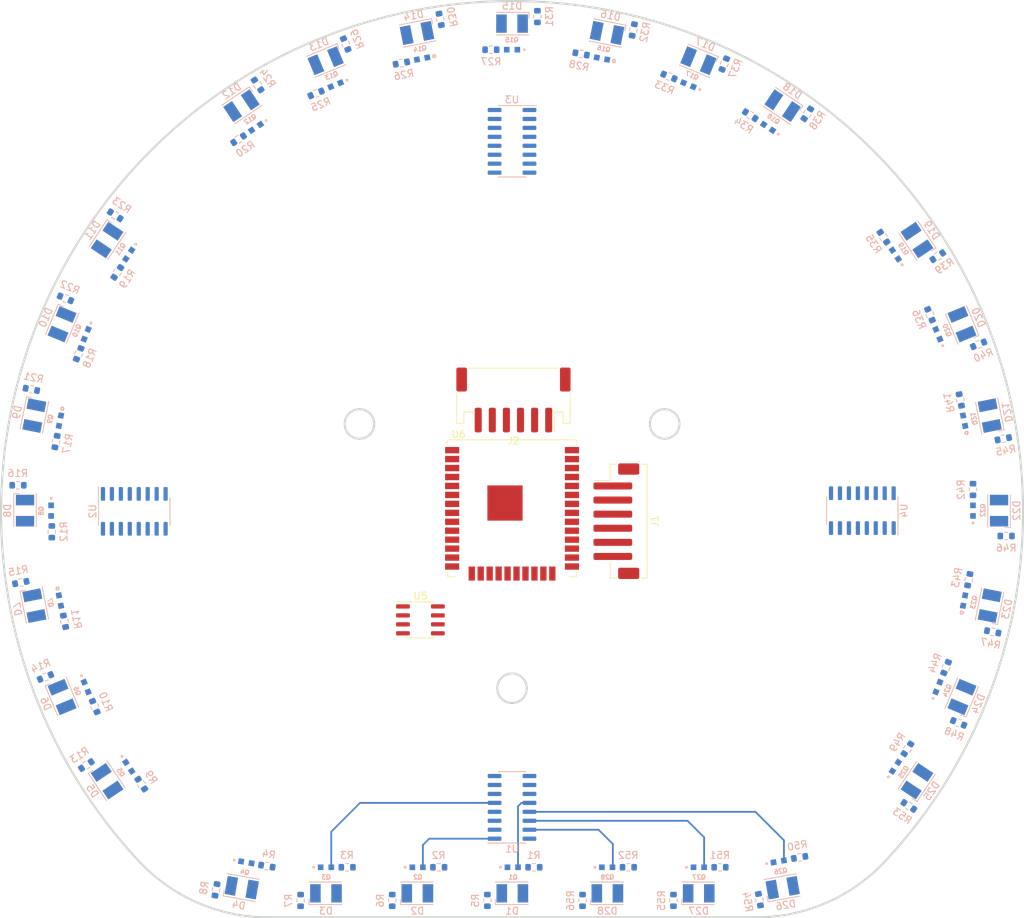
<source format=kicad_pcb>
(kicad_pcb (version 20211014) (generator pcbnew)
  (layers (0 "F.Cu" signal) (31 "B.Cu" signal) (34 "B.Paste" user) (35 "F.Paste" user) (36 "B.SilkS" user "B.Silkscreen") (37 "F.SilkS" user "F.Silkscreen") (38 "B.Mask" user) (39 "F.Mask" user) (44 "Edge.Cuts" user))
  (net 0 "")
  (net 1 "/EN")
  (net 2 "+3V3")
  (net 3 "/CAN_H")
  (net 4 "/CAN_L")
  (net 5 "Net-(D11-Pad2)")
  (net 6 "L13")
  (net 7 "GND")
  (net 8 "Net-(D10-Pad2)")
  (net 9 "Net-(D9-Pad2)")
  (net 10 "L12")
  (net 11 "L11")
  (net 12 "L10")
  (net 13 "L9")
  (net 14 "Net-(D8-Pad2)")
  (net 15 "Net-(D7-Pad2)")
  (net 16 "Net-(D6-Pad2)")
  (net 17 "Net-(D5-Pad2)")
  (net 18 "L8")
  (net 19 "L7")
  (net 20 "L6")
  (net 21 "Net-(D12-Pad2)")
  (net 22 "L2")
  (net 23 "L14")
  (net 24 "L15")
  (net 25 "L16")
  (net 26 "Net-(D13-Pad2)")
  (net 27 "Net-(D14-Pad2)")
  (net 28 "Net-(D15-Pad2)")
  (net 29 "Net-(D16-Pad2)")
  (net 30 "L17")
  (net 31 "L18")
  (net 32 "L19")
  (net 33 "L20")
  (net 34 "Net-(D17-Pad2)")
  (net 35 "L25")
  (net 36 "L5")
  (net 37 "Net-(D4-Pad2)")
  (net 38 "Net-(D3-Pad2)")
  (net 39 "Net-(D2-Pad2)")
  (net 40 "Net-(D1-Pad2)")
  (net 41 "L4")
  (net 42 "Net-(D28-Pad2)")
  (net 43 "Net-(D27-Pad2)")
  (net 44 "Net-(D26-Pad2)")
  (net 45 "Net-(D25-Pad2)")
  (net 46 "L28")
  (net 47 "L27")
  (net 48 "L26")
  (net 49 "L1")
  (net 50 "Net-(D24-Pad2)")
  (net 51 "Net-(D23-Pad2)")
  (net 52 "Net-(D22-Pad2)")
  (net 53 "Net-(D21-Pad2)")
  (net 54 "L24")
  (net 55 "L23")
  (net 56 "L22")
  (net 57 "L21")
  (net 58 "Net-(D20-Pad2)")
  (net 59 "Net-(D19-Pad2)")
  (net 60 "Net-(D18-Pad2)")
  (net 61 "L3")
  (net 66 "L_A")
  (net 67 "D_A")
  (net 68 "D_S2")
  (net 69 "F_A")
  (net 70 "R_A")
  (net 71 "F_S2")
  (net 72 "F_S0")
  (net 73 "F_S1")
  (net 80 "R_S0")
  (net 82 "/IO_0")
  (net 84 "R_S1")
  (net 85 "R_S2")
  (net 87 "L_S0")
  (net 88 "L_S1")
  (net 90 "L_S2")
  (net 91 "/RX")
  (net 92 "/TX")
  (net 93 "D_S0")
  (net 94 "D_S1")
  (net 95 "/CAN_TX")
  (net 96 "/CAN_RX")
  (net 99 "L_~{E}")
  (net 101 "D_~{E}")
  (net 103 "R_~{E}")
  (net 105 "F_~{E}")
  (net 106 "+5V")
  (footprint "RF_Module:ESP32-WROOM-32U" (layer "F.Cu") (at 143.3 104.675)
    (fp_text reference "U6")
    (fp_text value "ESP32-WROOM-32U")
  )
  (footprint "Package_SO:SOIC-8_3.9x4.9mm_P1.27mm" (layer "F.Cu") (at 130.3 120.5)
    (fp_text reference "U5")
    (fp_text value "SN65HVD230")
  )
  (footprint "Connector_JST:JST_PH_B6B-PH-SM4-TB_1x06-1MP_P2.00mm_Vertical" (layer "F.Cu") (at 158.1 106.5 -90)
    (fp_text reference "J1")
    (fp_text value "CAN_CONN")
  )
  (footprint "Connector_JST:JST_PH_S6B-PH-SM4-TB_1x06-1MP_P2.00mm_Horizontal" (layer "F.Cu") (at 143.5 89.3 180)
    (fp_text reference "J2")
    (fp_text value "SERIAL_CONN")
  )
  (footprint "Resistor_SMD:R_0603_1608Metric" (layer "B.Cu") (at 87.3 71.2 -123.75)
    (fp_text reference "R19")
    (fp_text value "10k")
  )
  (footprint "Resistor_SMD:R_0603_1608Metric" (layer "B.Cu") (at 101.3 158.8 80)
    (fp_text reference "R8")
    (fp_text value "90R")
  )
  (footprint "Package_SO:SOIC-16_3.9x9.9mm_P1.27mm" (layer "B.Cu") (at 89.7 105.1 -90)
    (fp_text reference "U2")
    (fp_text value "RIGHT")
  )
  (footprint "BUCKY_LIGHT:XDCR_ALS-PT19-315C_L177_TR8" (layer "B.Cu") (at 77.9 105 -90)
    (fp_text reference "Q8")
    (fp_text value "Q_Photo_NPN")
  )
  (footprint "Resistor_SMD:R_0603_1608Metric" (layer "B.Cu") (at 153.1 40.2 168.75)
    (fp_text reference "R28")
    (fp_text value "10k")
  )
  (footprint "BUCKY_LIGHT:XDCR_ALS-PT19-315C_L177_TR8" (layer "B.Cu") (at 203.721721 79.972504 112.5)
    (fp_text reference "Q20")
    (fp_text value "Q_Photo_NPN")
  )
  (footprint "Resistor_SMD:R_0603_1608Metric" (layer "B.Cu") (at 104.5 52.3 -146.25)
    (fp_text reference "R20")
    (fp_text value "10k")
  )
  (footprint "BUCKY_LIGHT:XDCR_ALS-PT19-315C_L177_TR8" (layer "B.Cu") (at 156.8 155.6)
    (fp_text reference "Q28")
    (fp_text value "Q_Photo_NPN")
  )
  (footprint "Resistor_SMD:R_0603_1608Metric" (layer "B.Cu") (at 119.9 155.6)
    (fp_text reference "R3")
    (fp_text value "10k")
  )
  (footprint "Resistor_SMD:R_0603_1608Metric" (layer "B.Cu") (at 78 108 -90)
    (fp_text reference "R12")
    (fp_text value "10k")
  )
  (footprint "LED_SMD:LED_PLCC-2" (layer "B.Cu") (at 75.527737 118.480741 -78.75)
    (fp_text reference "D7")
    (fp_text value "LED")
  )
  (footprint "LED_SMD:LED_PLCC-2" (layer "B.Cu") (at 116.9 159.3)
    (fp_text reference "D3")
    (fp_text value "LED")
  )
  (footprint "Resistor_SMD:R_0603_1608Metric" (layer "B.Cu") (at 108.512466 155.44326 -10)
    (fp_text reference "R4")
    (fp_text value "10k")
  )
  (footprint "BUCKY_LIGHT:XDCR_ALS-PT19-315C_L177_TR8" (layer "B.Cu") (at 116.9 155.6)
    (fp_text reference "Q3")
    (fp_text value "Q_Photo_NPN")
  )
  (footprint "Resistor_SMD:R_0603_1608Metric" (layer "B.Cu") (at 146.4 155.6)
    (fp_text reference "R1")
    (fp_text value "10k")
  )
  (footprint "Resistor_SMD:R_0603_1608Metric" (layer "B.Cu") (at 208.1 114.8 78.75)
    (fp_text reference "R43")
    (fp_text value "10k")
  )
  (footprint "BUCKY_LIGHT:XDCR_ALS-PT19-315C_L177_TR8" (layer "B.Cu") (at 79.156643 117.758907 -78.75)
    (fp_text reference "Q7")
    (fp_text value "Q_Photo_NPN")
  )
  (footprint "LED_SMD:LED_PLCC-2" (layer "B.Cu") (at 169.743425 41.159924 157.5)
    (fp_text reference "D17")
    (fp_text value "LED")
  )
  (footprint "LED_SMD:LED_PLCC-2" (layer "B.Cu") (at 200.75455 66.610097 123.75)
    (fp_text reference "D19")
    (fp_text value "LED")
  )
  (footprint "Resistor_SMD:R_0603_1608Metric" (layer "B.Cu") (at 202.6 77.2 112.5)
    (fp_text reference "R36")
    (fp_text value "10k")
  )
  (footprint "BUCKY_LIGHT:XDCR_ALS-PT19-315C_L177_TR8" (layer "B.Cu") (at 203.721721 130.027496 67.5)
    (fp_text reference "Q24")
    (fp_text value "Q_Photo_NPN")
  )
  (footprint "LED_SMD:LED_PLCC-2" (layer "B.Cu") (at 200.75455 143.389903 56.25)
    (fp_text reference "D25")
    (fp_text value "LED")
  )
  (footprint "LED_SMD:LED_PLCC-2" (layer "B.Cu") (at 85.84545 143.389903 -56.25)
    (fp_text reference "D5")
    (fp_text value "LED")
  )
  (footprint "LED_SMD:LED_PLCC-2" (layer "B.Cu") (at 211.072263 118.480741 78.75)
    (fp_text reference "D23")
    (fp_text value "LED")
  )
  (footprint "LED_SMD:LED_PLCC-2" (layer "B.Cu") (at 74.2 105 -90)
    (fp_text reference "D8")
    (fp_text value "LED")
  )
  (footprint "LED_SMD:LED_PLCC-2" (layer "B.Cu") (at 181.7 158.5 10)
    (fp_text reference "D26")
    (fp_text value "LED")
  )
  (footprint "BUCKY_LIGHT:XDCR_ALS-PT19-315C_L177_TR8" (layer "B.Cu") (at 208.7 105 90)
    (fp_text reference "Q22")
    (fp_text value "Q_Photo_NPN")
  )
  (footprint "Resistor_SMD:R_0603_1608Metric" (layer "B.Cu") (at 160.5 36.8 -101.25)
    (fp_text reference "R32")
    (fp_text value "90R")
  )
  (footprint "Resistor_SMD:R_0603_1608Metric" (layer "B.Cu") (at 81.815714 82.737799 -112.5)
    (fp_text reference "R18")
    (fp_text value "10k")
  )
  (footprint "LED_SMD:LED_PLCC-2" (layer "B.Cu") (at 169.78685 159.3)
    (fp_text reference "D27")
    (fp_text value "LED")
  )
  (footprint "Resistor_SMD:R_0603_1608Metric" (layer "B.Cu") (at 185.2 48.7 -123.75)
    (fp_text reference "R38")
    (fp_text value "90R")
  )
  (footprint "BUCKY_LIGHT:XDCR_ALS-PT19-315C_L177_TR8" (layer "B.Cu") (at 179.634293 50.621887 146.25)
    (fp_text reference "Q18")
    (fp_text value "Q_Photo_NPN")
  )
  (footprint "BUCKY_LIGHT:XDCR_ALS-PT19-315C_L177_TR8" (layer "B.Cu") (at 118.272504 44.578279 -157.5)
    (fp_text reference "Q13")
    (fp_text value "Q_Photo_NPN")
  )
  (footprint "BUCKY_LIGHT:XDCR_ALS-PT19-315C_L177_TR8" (layer "B.Cu") (at 79.156643 92.241093 -101.25)
    (fp_text reference "Q9")
    (fp_text value "Q_Photo_NPN")
  )
  (footprint "BUCKY_LIGHT:XDCR_ALS-PT19-315C_L177_TR8" (layer "B.Cu") (at 82.878279 79.972504 -112.5)
    (fp_text reference "Q10")
    (fp_text value "Q_Photo_NPN")
  )
  (footprint "Resistor_SMD:R_0603_1608Metric" (layer "B.Cu") (at 126.3 160.3 90)
    (fp_text reference "R6")
    (fp_text value "90R")
  )
  (footprint "Resistor_SMD:R_0603_1608Metric" (layer "B.Cu") (at 172.8 155.6)
    (fp_text reference "R51")
    (fp_text value "10k")
  )
  (footprint "LED_SMD:LED_PLCC-2" (layer "B.Cu") (at 207.140076 78.556575 112.5)
    (fp_text reference "D20")
    (fp_text value "LED")
  )
  (footprint "Resistor_SMD:R_0603_1608Metric" (layer "B.Cu") (at 73.2 101.4)
    (fp_text reference "R16")
    (fp_text value "90R")
  )
  (footprint "BUCKY_LIGHT:XDCR_ALS-PT19-315C_L177_TR8" (layer "B.Cu") (at 88.921887 68.665707 -123.75)
    (fp_text reference "Q11")
    (fp_text value "Q_Photo_NPN")
  )
  (footprint "Resistor_SMD:R_0603_1608Metric" (layer "B.Cu") (at 75.1 87.8 -11.25)
    (fp_text reference "R21")
    (fp_text value "90R")
  )
  (footprint "LED_SMD:LED_PLCC-2" (layer "B.Cu") (at 75.527737 91.519259 -101.25)
    (fp_text reference "D9")
    (fp_text value "LED")
  )
  (footprint "BUCKY_LIGHT:XDCR_ALS-PT19-315C_L177_TR8" (layer "B.Cu") (at 82.878279 130.027496 -67.5)
    (fp_text reference "Q6")
    (fp_text value "Q_Photo_NPN")
  )
  (footprint "Resistor_SMD:R_0603_1608Metric" (layer "B.Cu") (at 206.662201 135.115714 157.5)
    (fp_text reference "R48")
    (fp_text value "90R")
  )
  (footprint "Resistor_SMD:R_0603_1608Metric" (layer "B.Cu") (at 77.1 128.6 22.5)
    (fp_text reference "R14")
    (fp_text value "90R")
  )
  (footprint "Resistor_SMD:R_0603_1608Metric" (layer "B.Cu") (at 204.884286 127.262201 67.5)
    (fp_text reference "R44")
    (fp_text value "10k")
  )
  (footprint "Resistor_SMD:R_0603_1608Metric" (layer "B.Cu") (at 113.3 160.3 90)
    (fp_text reference "R7")
    (fp_text value "90R")
  )
  (footprint "BUCKY_LIGHT:XDCR_ALS-PT19-315C_L177_TR8" (layer "B.Cu") (at 207.443357 92.241093 101.25)
    (fp_text reference "Q21")
    (fp_text value "Q_Photo_NPN")
  )
  (footprint "LED_SMD:LED_PLCC-2" (layer "B.Cu") (at 79.459924 131.443425 -67.5)
    (fp_text reference "D6")
    (fp_text value "LED")
  )
  (footprint "BUCKY_LIGHT:XDCR_ALS-PT19-315C_L177_TR8" (layer "B.Cu") (at 106.965707 50.621887 -146.25)
    (fp_text reference "Q12")
    (fp_text value "Q_Photo_NPN")
  )
  (footprint "LED_SMD:LED_PLCC-2" (layer "B.Cu") (at 129.862684 159.3)
    (fp_text reference "D2")
    (fp_text value "LED")
  )
  (footprint "Resistor_SMD:R_0603_1608Metric" (layer "B.Cu") (at 90.7 143.8 -56.25)
    (fp_text reference "R9")
    (fp_text value "10k")
  )
  (footprint "Resistor_SMD:R_0603_1608Metric" (layer "B.Cu") (at 177.1 48.9 146.25)
    (fp_text reference "R34")
    (fp_text value "10k")
  )
  (footprint "BUCKY_LIGHT:XDCR_ALS-PT19-315C_L177_TR8" (layer "B.Cu") (at 129.9 155.6)
    (fp_text reference "Q2")
    (fp_text value "Q_Photo_NPN")
  )
  (footprint "Resistor_SMD:R_0603_1608Metric" (layer "B.Cu") (at 127.6 41.5 -168.75)
    (fp_text reference "R26")
    (fp_text value "10k")
  )
  (footprint "LED_SMD:LED_PLCC-2" (layer "B.Cu") (at 156.824166 159.3)
    (fp_text reference "D28")
    (fp_text value "LED")
  )
  (footprint "Package_SO:SOIC-16_3.9x9.9mm_P1.27mm" (layer "B.Cu") (at 143.3 147.1)
    (fp_text reference "U1")
    (fp_text value "FRONT")
  )
  (footprint "LED_SMD:LED_PLCC-2" (layer "B.Cu") (at 129.819259 37.227737 -168.75)
    (fp_text reference "D14")
    (fp_text value "LED")
  )
  (footprint "Resistor_SMD:R_0603_1608Metric" (layer "B.Cu") (at 78.6 95.2 -101.25)
    (fp_text reference "R17")
    (fp_text value "10k")
  )
  (footprint "Resistor_SMD:R_0603_1608Metric" (layer "B.Cu") (at 211.5 122.2 168.75)
    (fp_text reference "R47")
    (fp_text value "90R")
  )
  (footprint "LED_SMD:LED_PLCC-2" (layer "B.Cu") (at 116.856575 41.159924 -157.5)
    (fp_text reference "D13")
    (fp_text value "LED")
  )
  (footprint "Resistor_SMD:R_0603_1608Metric" (layer "B.Cu") (at 132.9 155.6)
    (fp_text reference "R2")
    (fp_text value "10k")
  )
  (footprint "BUCKY_LIGHT:XDCR_ALS-PT19-315C_L177_TR8" (layer "B.Cu") (at 130.541093 40.856643 -168.75)
    (fp_text reference "Q14")
    (fp_text value "Q_Photo_NPN")
  )
  (footprint "Resistor_SMD:R_0603_1608Metric" (layer "B.Cu") (at 139.8 160.3 90)
    (fp_text reference "R5")
    (fp_text value "90R")
  )
  (footprint "Resistor_SMD:R_0603_1608Metric" (layer "B.Cu") (at 199.4 138.8 56.25)
    (fp_text reference "R49")
    (fp_text value "10k")
  )
  (footprint "LED_SMD:LED_PLCC-2" (layer "B.Cu") (at 143.3 35.9 180)
    (fp_text reference "D15")
    (fp_text value "LED")
  )
  (footprint "BUCKY_LIGHT:XDCR_ALS-PT19-315C_L177_TR8" (layer "B.Cu") (at 156.058907 40.856643 168.75)
    (fp_text reference "Q16")
    (fp_text value "Q_Photo_NPN")
  )
  (footprint "Resistor_SMD:R_0603_1608Metric" (layer "B.Cu") (at 84.1 132.8 -67.5)
    (fp_text reference "R10")
    (fp_text value "10k")
  )
  (footprint "Resistor_SMD:R_0603_1608Metric" (layer "B.Cu") (at 196 66.2 123.75)
    (fp_text reference "R35")
    (fp_text value "10k")
  )
  (footprint "Package_SO:SOIC-16_3.9x9.9mm_P1.27mm" (layer "B.Cu") (at 143.3 52.6 180)
    (fp_text reference "U3")
    (fp_text value "DOWN")
  )
  (footprint "Resistor_SMD:R_0603_1608Metric" (layer "B.Cu") (at 153.3 160.3 90)
    (fp_text reference "R56")
    (fp_text value "90R")
  )
  (footprint "Resistor_SMD:R_0603_1608Metric" (layer "B.Cu") (at 140.3 39.6 180)
    (fp_text reference "R27")
    (fp_text value "10k")
  )
  (footprint "Resistor_SMD:R_0603_1608Metric" (layer "B.Cu") (at 199.6 146.9 146.25)
    (fp_text reference "R53")
    (fp_text value "90R")
  )
  (footprint "Resistor_SMD:R_0603_1608Metric" (layer "B.Cu") (at 82.9 141.1 33.75)
    (fp_text reference "R13")
    (fp_text value "90R")
  )
  (footprint "BUCKY_LIGHT:XDCR_ALS-PT19-315C_L177_TR8" (layer "B.Cu") (at 88.921887 141.334293 -56.25)
    (fp_text reference "Q5")
    (fp_text value "Q_Photo_NPN")
  )
  (footprint "LED_SMD:LED_PLCC-2" (layer "B.Cu") (at 211.072263 91.519259 101.25)
    (fp_text reference "D21")
    (fp_text value "LED")
  )
  (footprint "Resistor_SMD:R_0603_1608Metric" (layer "B.Cu") (at 208.7 102 90)
    (fp_text reference "R42")
    (fp_text value "10k")
  )
  (footprint "Resistor_SMD:R_0603_1608Metric" (layer "B.Cu") (at 184.1 154.2 10)
    (fp_text reference "R50")
    (fp_text value "10k")
  )
  (footprint "BUCKY_LIGHT:XDCR_ALS-PT19-315C_L177_TR8" (layer "B.Cu") (at 143.4 155.6)
    (fp_text reference "Q1")
    (fp_text value "Q_Photo_NPN")
  )
  (footprint "Resistor_SMD:R_0603_1608Metric" (layer "B.Cu") (at 146.9 34.9 -90)
    (fp_text reference "R31")
    (fp_text value "90R")
  )
  (footprint "BUCKY_LIGHT:XDCR_ALS-PT19-315C_L177_TR8" (layer "B.Cu") (at 168.327496 44.578279 157.5)
    (fp_text reference "Q17")
    (fp_text value "Q_Photo_NPN")
  )
  (footprint "Resistor_SMD:R_0603_1608Metric" (layer "B.Cu") (at 165.562201 43.4 157.5)
    (fp_text reference "R33")
    (fp_text value "10k")
  )
  (footprint "Resistor_SMD:R_0603_1608Metric" (layer "B.Cu") (at 107.2 44.6 -56.25)
    (fp_text reference "R24")
    (fp_text value "90R")
  )
  (footprint "Resistor_SMD:R_0603_1608Metric" (layer "B.Cu") (at 79.937799 74.884286 -22.5)
    (fp_text reference "R22")
    (fp_text value "90R")
  )
  (footprint "Resistor_SMD:R_0603_1608Metric" (layer "B.Cu") (at 115.5 45.8 -157.5)
    (fp_text reference "R25")
    (fp_text value "10k")
  )
  (footprint "LED_SMD:LED_PLCC-2" (layer "B.Cu") (at 207.140076 131.443425 67.5)
    (fp_text reference "D24")
    (fp_text value "LED")
  )
  (footprint "LED_SMD:LED_PLCC-2" (layer "B.Cu") (at 181.689903 47.54545 146.25)
    (fp_text reference "D18")
    (fp_text value "LED")
  )
  (footprint "Resistor_SMD:R_0603_1608Metric" (layer "B.Cu") (at 119.7 38.8 -67.5)
    (fp_text reference "R29")
    (fp_text value "90R")
  )
  (footprint "Resistor_SMD:R_0603_1608Metric" (layer "B.Cu") (at 206.9 89.3 101.25)
    (fp_text reference "R41")
    (fp_text value "10k")
  )
  (footprint "LED_SMD:LED_PLCC-2" (layer "B.Cu") (at 79.459924 78.556575 -112.5)
    (fp_text reference "D10")
    (fp_text value "LED")
  )
  (footprint "LED_SMD:LED_PLCC-2" (layer "B.Cu") (at 85.84545 66.610097 -123.75)
    (fp_text reference "D11")
    (fp_text value "LED")
  )
  (footprint "BUCKY_LIGHT:XDCR_ALS-PT19-315C_L177_TR8" (layer "B.Cu") (at 105.6 154.9 -10)
    (fp_text reference "Q4")
    (fp_text value "Q_Photo_NPN")
  )
  (footprint "LED_SMD:LED_PLCC-2" (layer "B.Cu") (at 104.951111 158.5 -10)
    (fp_text reference "D4")
    (fp_text value "LED")
  )
  (footprint "Package_SO:SOIC-16_3.9x9.9mm_P1.27mm" (layer "B.Cu") (at 193 105 90)
    (fp_text reference "U4")
    (fp_text value "LEFT")
  )
  (footprint "LED_SMD:LED_PLCC-2" (layer "B.Cu") (at 143.343425 159.3)
    (fp_text reference "D1")
    (fp_text value "LED")
  )
  (footprint "Resistor_SMD:R_0603_1608Metric" (layer "B.Cu") (at 73.6 115.2 11.25)
    (fp_text reference "R15")
    (fp_text value "90R")
  )
  (footprint "LED_SMD:LED_PLCC-2" (layer "B.Cu") (at 104.910097 47.54545 -146.25)
    (fp_text reference "D12")
    (fp_text value "LED")
  )
  (footprint "Resistor_SMD:R_0603_1608Metric" (layer "B.Cu") (at 213.4 108.6 180)
    (fp_text reference "R46")
    (fp_text value "90R")
  )
  (footprint "BUCKY_LIGHT:XDCR_ALS-PT19-315C_L177_TR8" (layer "B.Cu") (at 169.8 155.6)
    (fp_text reference "Q27")
    (fp_text value "Q_Photo_NPN")
  )
  (footprint "BUCKY_LIGHT:XDCR_ALS-PT19-315C_L177_TR8" (layer "B.Cu") (at 197.678113 141.334293 56.25)
    (fp_text reference "Q25")
    (fp_text value "Q_Photo_NPN")
  )
  (footprint "Resistor_SMD:R_0603_1608Metric" (layer "B.Cu") (at 159.8 155.6)
    (fp_text reference "R52")
    (fp_text value "10k")
  )
  (footprint "Resistor_SMD:R_0603_1608Metric" (layer "B.Cu") (at 213 94.8 -168.75)
    (fp_text reference "R45")
    (fp_text value "90R")
  )
  (footprint "Resistor_SMD:R_0603_1608Metric" (layer "B.Cu") (at 173.415714 41.637799 -112.5)
    (fp_text reference "R37")
    (fp_text value "90R")
  )
  (footprint "Resistor_SMD:R_0603_1608Metric" (layer "B.Cu") (at 209.5 81.4 -157.5)
    (fp_text reference "R40")
    (fp_text value "90R")
  )
  (footprint "Resistor_SMD:R_0603_1608Metric" (layer "B.Cu") (at 178.4 160.2 100)
    (fp_text reference "R54")
    (fp_text value "90R")
  )
  (footprint "BUCKY_LIGHT:XDCR_ALS-PT19-315C_L177_TR8" (layer "B.Cu") (at 197.678113 68.665707 123.75)
    (fp_text reference "Q19")
    (fp_text value "Q_Photo_NPN")
  )
  (footprint "Resistor_SMD:R_0603_1608Metric" (layer "B.Cu") (at 166.2 160.3 90)
    (fp_text reference "R55")
    (fp_text value "90R")
  )
  (footprint "Resistor_SMD:R_0603_1608Metric" (layer "B.Cu") (at 203.7 68.9 -146.25)
    (fp_text reference "R39")
    (fp_text value "90R")
  )
  (footprint "BUCKY_LIGHT:XDCR_ALS-PT19-315C_L177_TR8" (layer "B.Cu") (at 207.443357 117.758907 78.75)
    (fp_text reference "Q23")
    (fp_text value "Q_Photo_NPN")
  )
  (footprint "Resistor_SMD:R_0603_1608Metric" (layer "B.Cu") (at 79.8 120.7 -78.75)
    (fp_text reference "R11")
    (fp_text value "10k")
  )
  (footprint "Resistor_SMD:R_0603_1608Metric" (layer "B.Cu") (at 133.1 35.3 -78.75)
    (fp_text reference "R30")
    (fp_text value "90R")
  )
  (footprint "LED_SMD:LED_PLCC-2" (layer "B.Cu") (at 212.4 105 90)
    (fp_text reference "D22")
    (fp_text value "LED")
  )
  (footprint "Resistor_SMD:R_0603_1608Metric" (layer "B.Cu") (at 87 63.1 -33.75)
    (fp_text reference "R23")
    (fp_text value "90R")
  )
  (footprint "BUCKY_LIGHT:XDCR_ALS-PT19-315C_L177_TR8" (layer "B.Cu") (at 143.3 39.6 180)
    (fp_text reference "Q15")
    (fp_text value "Q_Photo_NPN")
  )
  (footprint "BUCKY_LIGHT:XDCR_ALS-PT19-315C_L177_TR8" (layer "B.Cu") (at 181.138606 154.769764 10)
    (fp_text reference "Q26")
    (fp_text value "Q_Photo_NPN")
  )
  (footprint "LED_SMD:LED_PLCC-2" (layer "B.Cu") (at 156.780741 37.227737 168.75)
    (fp_text reference "D16")
    (fp_text value "LED")
  )
  (gr_arc (start 90.426871 154.805264) (mid 143.3 32.7) (end 196.173129 154.805264) (layer "Edge.Cuts") (width 0.3))
  (gr_circle (center 143.3 130.2) (end 141.2 130.2) (layer "Edge.Cuts") (width 0.3) (fill none))
  (gr_arc (start 196.173129 154.805264) (mid 187.875008 160.641574) (end 177.941015 162.700001) (layer "Edge.Cuts") (width 0.3))
  (gr_circle (center 164.950635 92.7) (end 162.850635 92.7) (layer "Edge.Cuts") (width 0.3) (fill none))
  (gr_arc (start 108.658985 162.700001) (mid 98.724992 160.641574) (end 90.426871 154.805264) (layer "Edge.Cuts") (width 0.3))
  (gr_line (start 108.658985 162.700001) (end 177.941015 162.700001) (layer "Edge.Cuts") (width 0.3))
  (gr_circle (center 121.649365 92.7) (end 119.549365 92.7) (layer "Edge.Cuts") (width 0.3) (fill none))
  (segment (start 131.555 151.545) (end 140.825 151.545) (width 0.25) (layer "B.Cu") (net 22))
  (segment (start 130.65 152.45) (end 131.555 151.545) (width 0.25) (layer "B.Cu") (net 22))
  (segment (start 130.65 155.6) (end 130.65 152.45) (width 0.25) (layer "B.Cu") (net 22))
  (segment (start 157.55 155.6) (end 157.6 155.55) (width 0.25) (layer "B.Cu") (net 46))
  (segment (start 157.6 152.3) (end 155.575 150.275) (width 0.25) (layer "B.Cu") (net 46))
  (segment (start 157.6 155.55) (end 157.6 152.3) (width 0.25) (layer "B.Cu") (net 46))
  (segment (start 155.575 150.275) (end 145.775 150.275) (width 0.25) (layer "B.Cu") (net 46))
  (segment (start 168.205 149.005) (end 145.775 149.005) (width 0.25) (layer "B.Cu") (net 47))
  (segment (start 170.55 151.35) (end 168.205 149.005) (width 0.25) (layer "B.Cu") (net 47))
  (segment (start 170.55 155.6) (end 170.55 151.35) (width 0.25) (layer "B.Cu") (net 47))
  (segment (start 177.835 147.735) (end 145.775 147.735) (width 0.25) (layer "B.Cu") (net 48))
  (segment (start 181.877212 151.777212) (end 177.835 147.735) (width 0.25) (layer "B.Cu") (net 48))
  (segment (start 181.877212 154.639528) (end 181.877212 151.777212) (width 0.25) (layer "B.Cu") (net 48))
  (segment (start 144.15 155.6) (end 144.15 146.95) (width 0.25) (layer "B.Cu") (net 49))
  (segment (start 144.635 146.465) (end 145.775 146.465) (width 0.25) (layer "B.Cu") (net 49))
  (segment (start 144.15 146.95) (end 144.635 146.465) (width 0.25) (layer "B.Cu") (net 49))
  (segment (start 121.735 146.465) (end 140.825 146.465) (width 0.25) (layer "B.Cu") (net 61))
  (segment (start 117.65 150.55) (end 121.735 146.465) (width 0.25) (layer "B.Cu") (net 61))
  (segment (start 117.65 155.6) (end 117.65 150.55) (width 0.25) (layer "B.Cu") (net 61))
)
</source>
